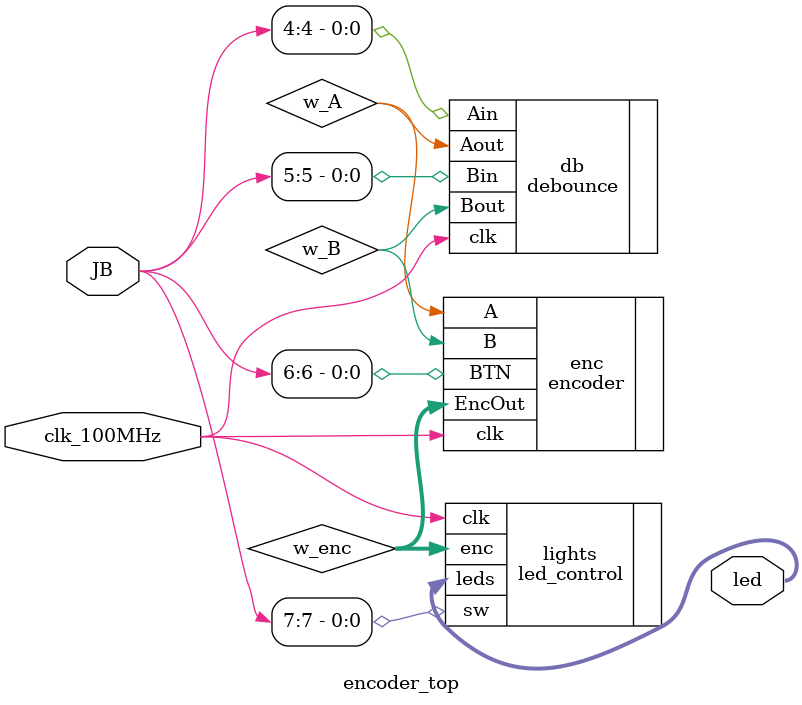
<source format=v>
module encoder_top(
    input clk_100MHz,       // 100MHz from Basys 3
    input [7:4] JB,         // PMOD JB
    output [15:8] led
    );
	
	// Internal wires 
	wire [4:0] w_enc;
	wire w_A, w_B;
	 
	// Instantiate Modules
	debounce db(.clk(clk_100MHz), .Ain(JB[4]), .Bin(JB[5]), .Aout(w_A), .Bout(w_B));
 	encoder enc (.clk(clk_100MHz), .A(w_A), .B(w_B), .BTN(JB[6]), .EncOut(w_enc));
 	led_control lights (.clk(clk_100MHz), .sw(JB[7]), .enc(w_enc), .leds(led));

endmodule





</source>
